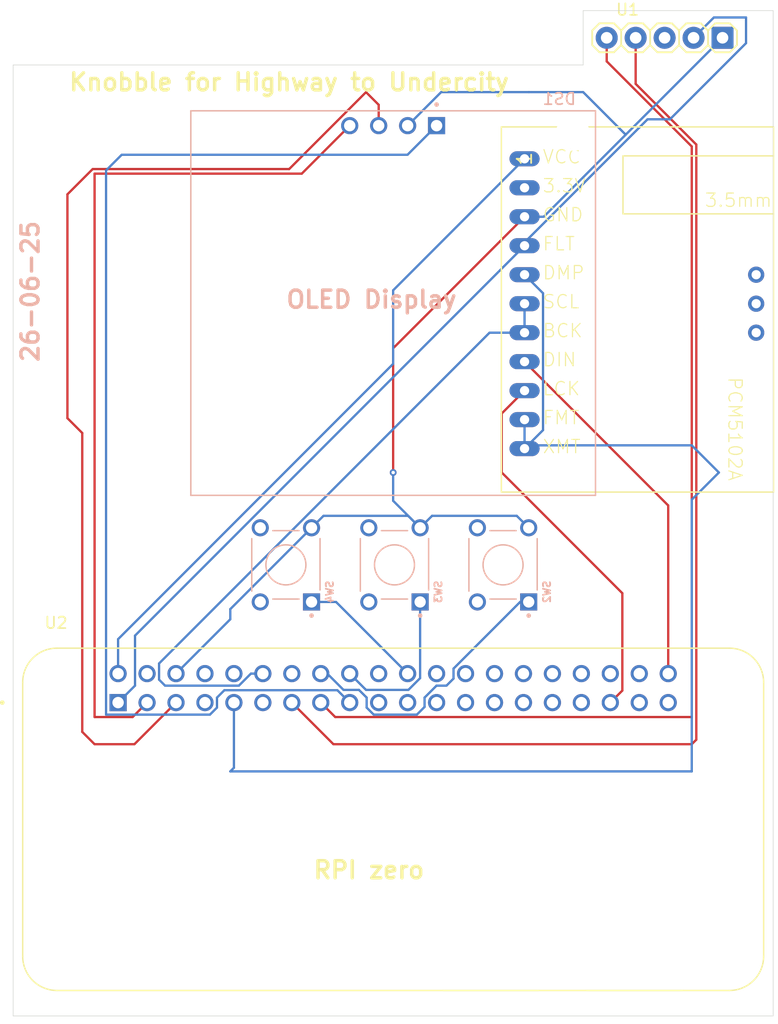
<source format=kicad_pcb>
(kicad_pcb (version 20241229) (generator "pcbnew") (generator_version "9.0")
  (layers (0 "F.Cu" signal) (2 "B.Cu" signal) (13 "F.Paste" user) (15 "B.Paste" user) (5 "F.SilkS" user "F.Silkscreen") (7 "B.SilkS" user "B.Silkscreen") (1 "F.Mask" user) (3 "B.Mask" user) (25 "Edge.Cuts" user))
  (net 0 "")
  (net 1 "GND1")
  (net 4 "+3.3V")
  (net 5 "+5V")
  (net 6 "Net-(1-BCK)")
  (net 8 "LCK")
  (net 9 "GND")
  (net 11 "Net-(1-DIN)")
  (net 12 "Net-(DS1-SDA)")
  (net 13 "Net-(DS1-SCK)")
  (net 14 "+3.3VA")
  (net 15 "Net-(U2-GPIO23{slash}GPIO_GEN4)")
  (net 16 "Net-(U2-GPIO24{slash}GPIO_GEN5)")
  (net 17 "Net-(U2-GPIO25{slash}GPIO_GEN6)")
  (net 18 "Net-(U2-GPIO27{slash}GPIO_GEN2)")
  (net 19 "Net-(U2-GPIO22{slash}GPIO_GEN3)")
  (footprint "2w:MODULE_RASPBERRY_PI_ZERO_2_W3d" (layer "F.Cu") (at 166.6875 137.55)
    (property "Reference" "U2" (at -29.569 -17.2162 0) (layer "F.SilkS") (effects (font (size 1.00189 1.00189))))
    (property "Value" "RASPBERRY_PI_ZERO_2_W")
    (fp_line (start -32.5 -12) (end -32.5 12) (stroke (width 0.127)) (layer "F.SilkS"))
    (fp_line (start -29.5 15) (end 29.5 15) (stroke (width 0.127)) (layer "F.SilkS"))
    (fp_line (start 4.4 15) (end 12.75 15) (stroke (width 0.127)) (layer "F.SilkS"))
    (fp_line (start 17 15) (end 25.35 15) (stroke (width 0.127)) (layer "F.SilkS"))
    (fp_line (start 29.5 -15) (end -29.5 -15) (stroke (width 0.127)) (layer "F.SilkS"))
    (fp_line (start 32.5 12) (end 32.5 -12) (stroke (width 0.127)) (layer "F.SilkS"))
    (fp_arc (start -32.5 -12) (mid -31.62132 -14.12132) (end -29.5 -15) (stroke (width 0.127)) (layer "F.SilkS"))
    (fp_arc (start -29.5 15) (mid -31.62132 14.12132) (end -32.5 12) (stroke (width 0.127)) (layer "F.SilkS"))
    (fp_arc (start 29.5 -15) (mid 31.62132 -14.12132) (end 32.5 -12) (stroke (width 0.127)) (layer "F.SilkS"))
    (fp_arc (start 32.5 12) (mid 31.62132 14.12132) (end 29.5 15) (stroke (width 0.127)) (layer "F.SilkS"))
    (fp_circle (center -34.29 -10.23) (end -34.19 -10.23) (stroke (width 0.2)) (fill no) (layer "F.SilkS"))
    (pad "" np_thru_hole circle (at -29 -11.5) (size 2.75 2.75) (drill 2.75) (layers "*.Cu" "*.Mask"))
    (pad "" np_thru_hole circle (at -29 11.5) (size 2.75 2.75) (drill 2.75) (layers "*.Cu" "*.Mask"))
    (pad "" np_thru_hole circle (at 29 -11.5) (size 2.75 2.75) (drill 2.75) (layers "*.Cu" "*.Mask"))
    (pad "" np_thru_hole circle (at 29 11.5) (size 2.75 2.75) (drill 2.75) (layers "*.Cu" "*.Mask"))
    (pad "1" thru_hole rect (at -24.13 -10.23) (size 1.508 1.508) (drill 1) (layers "*.Cu" "*.Mask") (net 4 "+3.3V"))
    (pad "2" thru_hole circle (at -24.13 -12.77) (size 1.508 1.508) (drill 1) (layers "*.Cu" "*.Mask") (net 5 "+5V"))
    (pad "3" thru_hole circle (at -21.59 -10.23) (size 1.508 1.508) (drill 1) (layers "*.Cu" "*.Mask") (net 12 "Net-(DS1-SDA)"))
    (pad "4" thru_hole circle (at -21.59 -12.77) (size 1.508 1.508) (drill 1) (layers "*.Cu" "*.Mask"))
    (pad "5" thru_hole circle (at -19.05 -10.23) (size 1.508 1.508) (drill 1) (layers "*.Cu" "*.Mask") (net 13 "Net-(DS1-SCK)"))
    (pad "6" thru_hole circle (at -19.05 -12.77) (size 1.508 1.508) (drill 1) (layers "*.Cu" "*.Mask") (net 9 "GND"))
    (pad "7" thru_hole circle (at -16.51 -10.23) (size 1.508 1.508) (drill 1) (layers "*.Cu" "*.Mask"))
    (pad "8" thru_hole circle (at -16.51 -12.77) (size 1.508 1.508) (drill 1) (layers "*.Cu" "*.Mask"))
    (pad "9" thru_hole circle (at -13.97 -10.23) (size 1.508 1.508) (drill 1) (layers "*.Cu" "*.Mask") (net 1 "GND1"))
    (pad "10" thru_hole circle (at -13.97 -12.77) (size 1.508 1.508) (drill 1) (layers "*.Cu" "*.Mask"))
    (pad "11" thru_hole circle (at -11.43 -10.23) (size 1.508 1.508) (drill 1) (layers "*.Cu" "*.Mask"))
    (pad "12" thru_hole circle (at -11.43 -12.77) (size 1.508 1.508) (drill 1) (layers "*.Cu" "*.Mask") (net 6 "Net-(1-BCK)"))
    (pad "13" thru_hole circle (at -8.89 -10.23) (size 1.508 1.508) (drill 1) (layers "*.Cu" "*.Mask") (net 18 "Net-(U2-GPIO27{slash}GPIO_GEN2)"))
    (pad "14" thru_hole circle (at -8.89 -12.77) (size 1.508 1.508) (drill 1) (layers "*.Cu" "*.Mask"))
    (pad "15" thru_hole circle (at -6.35 -10.23) (size 1.508 1.508) (drill 1) (layers "*.Cu" "*.Mask") (net 19 "Net-(U2-GPIO22{slash}GPIO_GEN3)"))
    (pad "16" thru_hole circle (at -6.35 -12.77) (size 1.508 1.508) (drill 1) (layers "*.Cu" "*.Mask") (net 15 "Net-(U2-GPIO23{slash}GPIO_GEN4)"))
    (pad "17" thru_hole circle (at -3.81 -10.23) (size 1.508 1.508) (drill 1) (layers "*.Cu" "*.Mask") (net 14 "+3.3VA"))
    (pad "18" thru_hole circle (at -3.81 -12.77) (size 1.508 1.508) (drill 1) (layers "*.Cu" "*.Mask") (net 16 "Net-(U2-GPIO24{slash}GPIO_GEN5)"))
    (pad "19" thru_hole circle (at -1.27 -10.23) (size 1.508 1.508) (drill 1) (layers "*.Cu" "*.Mask"))
    (pad "20" thru_hole circle (at -1.27 -12.77) (size 1.508 1.508) (drill 1) (layers "*.Cu" "*.Mask"))
    (pad "21" thru_hole circle (at 1.27 -10.23) (size 1.508 1.508) (drill 1) (layers "*.Cu" "*.Mask"))
    (pad "22" thru_hole circle (at 1.27 -12.77) (size 1.508 1.508) (drill 1) (layers "*.Cu" "*.Mask") (net 17 "Net-(U2-GPIO25{slash}GPIO_GEN6)"))
    (pad "23" thru_hole circle (at 3.81 -10.23) (size 1.508 1.508) (drill 1) (layers "*.Cu" "*.Mask"))
    (pad "24" thru_hole circle (at 3.81 -12.77) (size 1.508 1.508) (drill 1) (layers "*.Cu" "*.Mask"))
    (pad "25" thru_hole circle (at 6.35 -10.23) (size 1.508 1.508) (drill 1) (layers "*.Cu" "*.Mask"))
    (pad "26" thru_hole circle (at 6.35 -12.77) (size 1.508 1.508) (drill 1) (layers "*.Cu" "*.Mask"))
    (pad "27" thru_hole circle (at 8.89 -10.23) (size 1.508 1.508) (drill 1) (layers "*.Cu" "*.Mask"))
    (pad "28" thru_hole circle (at 8.89 -12.77) (size 1.508 1.508) (drill 1) (layers "*.Cu" "*.Mask"))
    (pad "29" thru_hole circle (at 11.43 -10.23) (size 1.508 1.508) (drill 1) (layers "*.Cu" "*.Mask"))
    (pad "30" thru_hole circle (at 11.43 -12.77) (size 1.508 1.508) (drill 1) (layers "*.Cu" "*.Mask"))
    (pad "31" thru_hole circle (at 13.97 -10.23) (size 1.508 1.508) (drill 1) (layers "*.Cu" "*.Mask"))
    (pad "32" thru_hole circle (at 13.97 -12.77) (size 1.508 1.508) (drill 1) (layers "*.Cu" "*.Mask"))
    (pad "33" thru_hole circle (at 16.51 -10.23) (size 1.508 1.508) (drill 1) (layers "*.Cu" "*.Mask"))
    (pad "34" thru_hole circle (at 16.51 -12.77) (size 1.508 1.508) (drill 1) (layers "*.Cu" "*.Mask"))
    (pad "35" thru_hole circle (at 19.05 -10.23) (size 1.508 1.508) (drill 1) (layers "*.Cu" "*.Mask") (net 8 "LCK"))
    (pad "36" thru_hole circle (at 19.05 -12.77) (size 1.508 1.508) (drill 1) (layers "*.Cu" "*.Mask"))
    (pad "37" thru_hole circle (at 21.59 -10.23) (size 1.508 1.508) (drill 1) (layers "*.Cu" "*.Mask"))
    (pad "38" thru_hole circle (at 21.59 -12.77) (size 1.508 1.508) (drill 1) (layers "*.Cu" "*.Mask"))
    (pad "39" thru_hole circle (at 24.13 -10.23) (size 1.508 1.508) (drill 1) (layers "*.Cu" "*.Mask"))
    (pad "40" thru_hole circle (at 24.13 -12.77) (size 1.508 1.508) (drill 1) (layers "*.Cu" "*.Mask") (net 11 "Net-(1-DIN)"))
  )
  (footprint "Ky0:KY-040-PORT3D" (layer "F.Cu") (at 191.77 69.05625)
    (property "Reference" "U1" (at -4.5212 -2.4638 0) (layer "F.SilkS"))
    (property "Value" "KY-040")
    (fp_line (start -7.62 -0.635) (end -7.62 0.635) (stroke (width 0.1524)) (layer "F.SilkS"))
    (fp_line (start -7.62 0.635) (end -6.985 1.27) (stroke (width 0.1524)) (layer "F.SilkS"))
    (fp_line (start -6.985 -1.27) (end -7.62 -0.635) (stroke (width 0.1524)) (layer "F.SilkS"))
    (fp_line (start -6.985 -1.27) (end -5.715 -1.27) (stroke (width 0.1524)) (layer "F.SilkS"))
    (fp_line (start -5.715 -1.27) (end -5.08 -0.635) (stroke (width 0.1524)) (layer "F.SilkS"))
    (fp_line (start -5.715 1.27) (end -6.985 1.27) (stroke (width 0.1524)) (layer "F.SilkS"))
    (fp_line (start -5.08 -0.635) (end -5.08 0.635) (stroke (width 0.1524)) (layer "F.SilkS"))
    (fp_line (start -5.08 -0.635) (end -4.445 -1.27) (stroke (width 0.1524)) (layer "F.SilkS"))
    (fp_line (start -5.08 0.635) (end -5.715 1.27) (stroke (width 0.1524)) (layer "F.SilkS"))
    (fp_line (start -4.445 -1.27) (end -3.175 -1.27) (stroke (width 0.1524)) (layer "F.SilkS"))
    (fp_line (start -4.445 1.27) (end -5.08 0.635) (stroke (width 0.1524)) (layer "F.SilkS"))
    (fp_line (start -3.175 -1.27) (end -2.54 -0.635) (stroke (width 0.1524)) (layer "F.SilkS"))
    (fp_line (start -3.175 1.27) (end -4.445 1.27) (stroke (width 0.1524)) (layer "F.SilkS"))
    (fp_line (start -2.54 -0.635) (end -2.54 0.635) (stroke (width 0.1524)) (layer "F.SilkS"))
    (fp_line (start -2.54 -0.635) (end -1.905 -1.27) (stroke (width 0.1524)) (layer "F.SilkS"))
    (fp_line (start -2.54 0.635) (end -3.175 1.27) (stroke (width 0.1524)) (layer "F.SilkS"))
    (fp_line (start -1.905 -1.27) (end -0.635 -1.27) (stroke (width 0.1524)) (layer "F.SilkS"))
    (fp_line (start -1.905 1.27) (end -2.54 0.635) (stroke (width 0.1524)) (layer "F.SilkS"))
    (fp_line (start -0.635 -1.27) (end 0 -0.635) (stroke (width 0.1524)) (layer "F.SilkS"))
    (fp_line (start -0.635 1.27) (end -1.905 1.27) (stroke (width 0.1524)) (layer "F.SilkS"))
    (fp_line (start 0 -0.635) (end 0 0.635) (stroke (width 0.1524)) (layer "F.SilkS"))
    (fp_line (start 0 0.635) (end -0.635 1.27) (stroke (width 0.1524)) (layer "F.SilkS"))
    (fp_line (start 0 0.635) (end 0.635 1.27) (stroke (width 0.1524)) (layer "F.SilkS"))
    (fp_line (start 0.635 -1.27) (end 0 -0.635) (stroke (width 0.1524)) (layer "F.SilkS"))
    (fp_line (start 0.635 -1.27) (end 1.905 -1.27) (stroke (width 0.1524)) (layer "F.SilkS"))
    (fp_line (start 1.905 -1.27) (end 2.54 -0.635) (stroke (width 0.1524)) (layer "F.SilkS"))
    (fp_line (start 1.905 1.27) (end 0.635 1.27) (stroke (width 0.1524)) (layer "F.SilkS"))
    (fp_line (start 2.54 -0.635) (end 2.54 0.635) (stroke (width 0.1524)) (layer "F.SilkS"))
    (fp_line (start 2.54 -0.635) (end 3.175 -1.27) (stroke (width 0.1524)) (layer "F.SilkS"))
    (fp_line (start 2.54 0.635) (end 1.905 1.27) (stroke (width 0.1524)) (layer "F.SilkS"))
    (fp_line (start 3.175 -1.27) (end 4.445 -1.27) (stroke (width 0.1524)) (layer "F.SilkS"))
    (fp_line (start 3.175 1.27) (end 2.54 0.635) (stroke (width 0.1524)) (layer "F.SilkS"))
    (fp_line (start 4.445 -1.27) (end 5.08 -0.635) (stroke (width 0.1524)) (layer "F.SilkS"))
    (fp_line (start 4.445 1.27) (end 3.175 1.27) (stroke (width 0.1524)) (layer "F.SilkS"))
    (fp_line (start 5.08 -0.635) (end 5.08 0.635) (stroke (width 0.1524)) (layer "F.SilkS"))
    (fp_line (start 5.08 0.635) (end 4.445 1.27) (stroke (width 0.1524)) (layer "F.SilkS"))
    (pad "CLK" thru_hole circle (at -6.35 0) (size 1.9304 1.9304) (drill 1.016) (layers "*.Cu" "*.Mask") (net 19 "Net-(U2-GPIO22{slash}GPIO_GEN3)"))
    (pad "DT" thru_hole circle (at -3.81 0) (size 1.9304 1.9304) (drill 1.016) (layers "*.Cu" "*.Mask") (net 18 "Net-(U2-GPIO27{slash}GPIO_GEN2)"))
    (pad "GND" thru_hole rect (at 3.81 0) (size 1.9304 1.9304) (drill 1.016) (layers "*.Cu" "*.Mask") (net 9 "GND"))
    (pad "SW" thru_hole circle (at -1.27 0) (size 1.9304 1.9304) (drill 1.016) (layers "*.Cu" "*.Mask"))
    (pad "VCC" thru_hole circle (at 1.27 0) (size 1.9304 1.9304) (drill 1.016) (layers "*.Cu" "*.Mask") (net 4 "+3.3V"))
  )
  (footprint "dac:PCM5102A-AMZN-BOARD" (layer "F.Cu") (at 178.21275 79.66075 -90)
    (property "Reference" "1" (at 0 0 90) (layer "F.SilkS") (effects (font (size 1.27 1.27))))
    (property "Value" "~")
    (fp_line (start -2.794 2.032) (end 29.21 2.032) (stroke (width 0.127)) (layer "F.SilkS"))
    (fp_line (start 29.21 2.032) (end 29.21 -21.844) (stroke (width 0.127)) (layer "F.SilkS"))
    (fp_line (start -0.254 -8.636) (end 4.826 -8.636) (stroke (width 0.127)) (layer "F.SilkS"))
    (fp_line (start 4.826 -8.636) (end 4.826 -21.844) (stroke (width 0.127)) (layer "F.SilkS"))
    (fp_line (start -2.794 -21.844) (end -2.794 2.032) (stroke (width 0.127)) (layer "F.SilkS"))
    (fp_line (start -0.254 -21.844) (end -0.254 -8.636) (stroke (width 0.127)) (layer "F.SilkS"))
    (fp_line (start -0.254 -21.844) (end -2.794 -21.844) (stroke (width 0.127)) (layer "F.SilkS"))
    (fp_line (start 4.826 -21.844) (end -0.254 -21.844) (stroke (width 0.127)) (layer "F.SilkS"))
    (fp_line (start 29.21 -21.844) (end 4.826 -21.844) (stroke (width 0.127)) (layer "F.SilkS"))
    (fp_text user "SCL" (at 13.208 -1.524 0) (layer "F.SilkS") (effects (font (size 1.1684 1.1684) (thickness 0.1016)) (justify left bottom)))
    (fp_text user "DIN" (at 18.288 -1.524 0) (layer "F.SilkS") (effects (font (size 1.1684 1.1684) (thickness 0.1016)) (justify left bottom)))
    (fp_text user "DMP" (at 10.668 -1.524 0) (layer "F.SilkS") (effects (font (size 1.1684 1.1684) (thickness 0.1016)) (justify left bottom)))
    (fp_text user "FMT" (at 23.368 -1.524 0) (layer "F.SilkS") (effects (font (size 1.1684 1.1684) (thickness 0.1016)) (justify left bottom)))
    (fp_text user "GND" (at 5.588 -1.524 0) (layer "F.SilkS") (effects (font (size 1.1684 1.1684) (thickness 0.1016)) (justify left bottom)))
    (fp_text user "XMT" (at 25.908 -1.524 0) (layer "F.SilkS") (effects (font (size 1.1684 1.1684) (thickness 0.1016)) (justify left bottom)))
    (fp_text user "LCK" (at 20.828 -1.524 0) (layer "F.SilkS") (effects (font (size 1.1684 1.1684) (thickness 0.1016)) (justify left bottom)))
    (fp_text user "3.3V" (at 3.048 -1.524 0) (layer "F.SilkS") (effects (font (size 1.1684 1.1684) (thickness 0.1016)) (justify left bottom)))
    (fp_text user "BCK" (at 15.748 -1.524 0) (layer "F.SilkS") (effects (font (size 1.1684 1.1684) (thickness 0.1016)) (justify left bottom)))
    (fp_text user "PCM5102A" (at 19.05 -17.78 270) (layer "F.SilkS") (effects (font (size 1.1684 1.1684) (thickness 0.1016)) (justify left bottom)))
    (fp_text user "3.5mm" (at 4.318 -15.748 0) (layer "F.SilkS") (effects (font (size 1.1684 1.1684) (thickness 0.1016)) (justify left bottom)))
    (fp_text user "VCC" (at 0.508 -1.524 0) (layer "F.SilkS") (effects (font (size 1.1684 1.1684) (thickness 0.1016)) (justify left bottom)))
    (fp_text user "FLT" (at 8.128 -1.524 0) (layer "F.SilkS") (effects (font (size 1.1684 1.1684) (thickness 0.1016)) (justify left bottom)))
    (pad "1" thru_hole oval (at 0 0) (size 2.6416 1.3208) (drill 0.8128) (layers "*.Cu" "*.Mask") (net 5 "+5V"))
    (pad "2" thru_hole oval (at 2.54 0) (size 2.6416 1.3208) (drill 0.8128) (layers "*.Cu" "*.Mask"))
    (pad "3" thru_hole oval (at 5.08 0) (size 2.6416 1.3208) (drill 0.8128) (layers "*.Cu" "*.Mask") (net 9 "GND"))
    (pad "4" thru_hole oval (at 7.62 0) (size 2.6416 1.3208) (drill 0.8128) (layers "*.Cu" "*.Mask") (net 4 "+3.3V"))
    (pad "5" thru_hole oval (at 10.16 0) (size 2.6416 1.3208) (drill 0.8128) (layers "*.Cu" "*.Mask") (net 1 "GND1"))
    (pad "6" thru_hole oval (at 12.7 0) (size 2.6416 1.3208) (drill 0.8128) (layers "*.Cu" "*.Mask") (net 6 "Net-(1-BCK)"))
    (pad "7" thru_hole oval (at 15.24 0) (size 2.6416 1.3208) (drill 0.8128) (layers "*.Cu" "*.Mask") (net 6 "Net-(1-BCK)"))
    (pad "8" thru_hole oval (at 17.78 0) (size 2.6416 1.3208) (drill 0.8128) (layers "*.Cu" "*.Mask") (net 11 "Net-(1-DIN)"))
    (pad "9" thru_hole oval (at 20.32 0) (size 2.6416 1.3208) (drill 0.8128) (layers "*.Cu" "*.Mask") (net 8 "LCK"))
    (pad "10" thru_hole oval (at 22.86 0) (size 2.6416 1.3208) (drill 0.8128) (layers "*.Cu" "*.Mask") (net 1 "GND1"))
    (pad "11" thru_hole oval (at 25.4 0) (size 2.6416 1.3208) (drill 0.8128) (layers "*.Cu" "*.Mask") (net 1 "GND1"))
    (pad "G" thru_hole circle (at 12.7 -20.32 270) (size 1.4224 1.4224) (drill 0.8128) (layers "*.Cu" "*.Mask"))
    (pad "L" thru_hole circle (at 15.24 -20.32 270) (size 1.4224 1.4224) (drill 0.8128) (layers "*.Cu" "*.Mask"))
    (pad "R" thru_hole circle (at 10.16 -20.32 270) (size 1.4224 1.4224) (drill 0.8128) (layers "*.Cu" "*.Mask"))
  )
  (footprint "Switch:SW_1825910-6-43D" (layer "B.Cu") (at 176.327988 115.25 90)
    (property "Reference" "SW2" (at -2.3627 3.844398 90) (layer "B.SilkS") (effects (font (size 0.630643 0.630643)) (justify mirror)))
    (property "Value" "1825910-6")
    (fp_line (start 2.3 -2.995) (end -2.3 -2.995) (stroke (width 0.127)) (layer "B.SilkS"))
    (fp_line (start 3 1.15) (end 3 -1.15) (stroke (width 0.127)) (layer "B.SilkS"))
    (fp_line (start -2.995 1.15) (end -2.995 -1.15) (stroke (width 0.127)) (layer "B.SilkS"))
    (fp_line (start -2.2 2.995) (end 2.3 2.995) (stroke (width 0.127)) (layer "B.SilkS"))
    (fp_circle (center 0 0) (end 1.755 0) (stroke (width 0.127)) (fill no) (layer "B.SilkS"))
    (fp_circle (center -4.445 2.25) (end -4.345 2.25) (stroke (width 0.2)) (fill no) (layer "B.SilkS"))
    (pad "1" thru_hole rect (at -3.25 2.25 90) (size 1.498 1.498) (drill 0.99) (layers "*.Cu" "*.Mask") (net 15 "Net-(U2-GPIO23{slash}GPIO_GEN4)"))
    (pad "2" thru_hole circle (at 3.25 2.25 90) (size 1.498 1.498) (drill 0.99) (layers "*.Cu" "*.Mask") (net 9 "GND"))
    (pad "3" thru_hole circle (at -3.25 -2.25 90) (size 1.498 1.498) (drill 0.99) (layers "*.Cu" "*.Mask"))
    (pad "4" thru_hole circle (at 3.25 -2.25 90) (size 1.498 1.498) (drill 0.99) (layers "*.Cu" "*.Mask"))
  )
  (footprint "Switch:SW_1825910-6-43D" (layer "B.Cu") (at 166.802988 115.25 90)
    (property "Reference" "SW3" (at -2.3627 3.844398 90) (layer "B.SilkS") (effects (font (size 0.630643 0.630643)) (justify mirror)))
    (property "Value" "1825910-6")
    (fp_line (start 2.3 -2.995) (end -2.3 -2.995) (stroke (width 0.127)) (layer "B.SilkS"))
    (fp_line (start 3 1.15) (end 3 -1.15) (stroke (width 0.127)) (layer "B.SilkS"))
    (fp_line (start -2.995 1.15) (end -2.995 -1.15) (stroke (width 0.127)) (layer "B.SilkS"))
    (fp_line (start -2.2 2.995) (end 2.3 2.995) (stroke (width 0.127)) (layer "B.SilkS"))
    (fp_circle (center 0 0) (end 1.755 0) (stroke (width 0.127)) (fill no) (layer "B.SilkS"))
    (fp_circle (center -4.445 2.25) (end -4.345 2.25) (stroke (width 0.2)) (fill no) (layer "B.SilkS"))
    (pad "1" thru_hole rect (at -3.25 2.25 90) (size 1.498 1.498) (drill 0.99) (layers "*.Cu" "*.Mask") (net 16 "Net-(U2-GPIO24{slash}GPIO_GEN5)"))
    (pad "2" thru_hole circle (at 3.25 2.25 90) (size 1.498 1.498) (drill 0.99) (layers "*.Cu" "*.Mask") (net 9 "GND"))
    (pad "3" thru_hole circle (at -3.25 -2.25 90) (size 1.498 1.498) (drill 0.99) (layers "*.Cu" "*.Mask"))
    (pad "4" thru_hole circle (at 3.25 -2.25 90) (size 1.498 1.498) (drill 0.99) (layers "*.Cu" "*.Mask"))
  )
  (footprint "Oled:LCD_OLED_128X64_1.3_I2C3D" (layer "B.Cu") (at 166.6875 92.30625 180)
    (property "Reference" "DS1" (at -14.575 17.885 0) (layer "B.SilkS") (effects (justify mirror)))
    (property "Value" "OLED_128X64_1.3_I2C")
    (fp_line (start 17.75 16.85) (end 17.75 -16.85) (stroke (width 0.127)) (layer "B.SilkS"))
    (fp_line (start 17.75 -16.85) (end -17.75 -16.85) (stroke (width 0.127)) (layer "B.SilkS"))
    (fp_line (start -17.75 16.85) (end 17.75 16.85) (stroke (width 0.127)) (layer "B.SilkS"))
    (fp_line (start -17.75 -16.85) (end -17.75 16.85) (stroke (width 0.127)) (layer "B.SilkS"))
    (fp_circle (center -3.81 17.4) (end -3.71 17.4) (stroke (width 0.2)) (fill no) (layer "B.SilkS"))
    (pad "" np_thru_hole circle (at -15.75 -14.85 180) (size 3 3) (drill 3) (layers "*.Cu" "*.Mask"))
    (pad "" np_thru_hole circle (at -15.75 14.85 180) (size 3 3) (drill 3) (layers "*.Cu" "*.Mask"))
    (pad "" np_thru_hole circle (at 15.75 -14.85 180) (size 3 3) (drill 3) (layers "*.Cu" "*.Mask"))
    (pad "" np_thru_hole circle (at 15.75 14.85 180) (size 3 3) (drill 3) (layers "*.Cu" "*.Mask"))
    (pad "1" thru_hole rect (at -3.81 15.55 180) (size 1.508 1.508) (drill 1) (layers "*.Cu" "*.Mask") (net 14 "+3.3VA"))
    (pad "2" thru_hole circle (at -1.27 15.55 180) (size 1.508 1.508) (drill 1) (layers "*.Cu" "*.Mask") (net 9 "GND"))
    (pad "3" thru_hole circle (at 1.27 15.55 180) (size 1.508 1.508) (drill 1) (layers "*.Cu" "*.Mask") (net 13 "Net-(DS1-SCK)"))
    (pad "4" thru_hole circle (at 3.81 15.55 180) (size 1.508 1.508) (drill 1) (layers "*.Cu" "*.Mask") (net 12 "Net-(DS1-SDA)"))
  )
  (footprint "Switch:SW_1825910-6-43D" (layer "B.Cu") (at 157.277988 115.25 90)
    (property "Reference" "SW4" (at -2.3627 3.844398 90) (layer "B.SilkS") (effects (font (size 0.630643 0.630643)) (justify mirror)))
    (property "Value" "1825910-6")
    (fp_line (start 2.3 -2.995) (end -2.3 -2.995) (stroke (width 0.127)) (layer "B.SilkS"))
    (fp_line (start 3 1.15) (end 3 -1.15) (stroke (width 0.127)) (layer "B.SilkS"))
    (fp_line (start -2.995 1.15) (end -2.995 -1.15) (stroke (width 0.127)) (layer "B.SilkS"))
    (fp_line (start -2.2 2.995) (end 2.3 2.995) (stroke (width 0.127)) (layer "B.SilkS"))
    (fp_circle (center 0 0) (end 1.755 0) (stroke (width 0.127)) (fill no) (layer "B.SilkS"))
    (fp_circle (center -4.445 2.25) (end -4.345 2.25) (stroke (width 0.2)) (fill no) (layer "B.SilkS"))
    (pad "1" thru_hole rect (at -3.25 2.25 90) (size 1.498 1.498) (drill 0.99) (layers "*.Cu" "*.Mask") (net 17 "Net-(U2-GPIO25{slash}GPIO_GEN6)"))
    (pad "2" thru_hole circle (at 3.25 2.25 90) (size 1.498 1.498) (drill 0.99) (layers "*.Cu" "*.Mask") (net 9 "GND"))
    (pad "3" thru_hole circle (at -3.25 -2.25 90) (size 1.498 1.498) (drill 0.99) (layers "*.Cu" "*.Mask"))
    (pad "4" thru_hole circle (at 3.25 -2.25 90) (size 1.498 1.498) (drill 0.99) (layers "*.Cu" "*.Mask"))
  )
  (gr_line (start 133.35 71.4375) (end 183.35625 71.4375) (stroke (width 0.05)) (layer "Edge.Cuts"))
  (gr_line (start 183.35625 66.675) (end 200.025 66.675) (stroke (width 0.05)) (layer "Edge.Cuts"))
  (gr_line (start 200.025 66.675) (end 200.025 154.78125) (stroke (width 0.05)) (layer "Edge.Cuts"))
  (gr_line (start 183.35625 71.4375) (end 183.35625 66.675) (stroke (width 0.05)) (layer "Edge.Cuts"))
  (gr_line (start 200.025 154.78125) (end 133.35 154.78125) (stroke (width 0.05)) (layer "Edge.Cuts"))
  (gr_line (start 133.35 154.78125) (end 133.35 71.4375) (stroke (width 0.05)) (layer "Edge.Cuts"))
  (gr_text "Knobble for Highway to Undercity\n" (at 138.1125 73.81875 0) (layer "F.SilkS") (effects (font (size 1.5 1.5) (thickness 0.3) (bold yes)) (justify left bottom)))
  (gr_text "RPI zero\n" (at 159.54375 142.875 0) (layer "F.SilkS") (effects (font (size 1.5 1.5) (thickness 0.3) (bold yes)) (justify left bottom)))
  (gr_text "OLED Display\n" (at 157.1625 92.86875 0) (layer "B.SilkS") (effects (font (size 1.5 1.5) (thickness 0.3) (bold yes)) (justify left bottom)))
  (gr_text "26-06-25\n" (at 135.73125 97.63125 90) (layer "B.SilkS") (effects (font (size 1.5 1.5) (thickness 0.3) (bold yes)) (justify left bottom)))
  (segment (start 195.2625 107.15625) (end 192.88125 109.5375) (width 0.2) (layer "B.Cu") (net 1))
  (segment (start 192.88125 104.775) (end 195.2625 107.15625) (width 0.2) (layer "B.Cu") (net 1))
  (segment (start 178.21275 102.52075) (end 178.21275 105.06075) (width 0.2) (layer "B.Cu") (net 1))
  (segment (start 192.88125 109.5375) (end 192.88125 133.35) (width 0.2) (layer "B.Cu") (net 1))
  (segment (start 179.83455 91.44255) (end 179.83455 103.43895) (width 0.2) (layer "B.Cu") (net 1))
  (segment (start 179.83455 103.43895) (end 178.21275 105.06075) (width 0.2) (layer "B.Cu") (net 1))
  (segment (start 152.7175 133.0325) (end 152.7175 127.32) (width 0.2) (layer "B.Cu") (net 1))
  (segment (start 178.21275 89.82075) (end 179.83455 91.44255) (width 0.2) (layer "B.Cu") (net 1))
  (segment (start 152.4 133.35) (end 152.7175 133.0325) (width 0.2) (layer "B.Cu") (net 1))
  (segment (start 178.4985 104.775) (end 192.88125 104.775) (width 0.2) (layer "B.Cu") (net 1))
  (segment (start 192.88125 133.35) (end 152.4 133.35) (width 0.2) (layer "B.Cu") (net 1))
  (segment (start 178.21275 105.06075) (end 178.4985 104.775) (width 0.2) (layer "B.Cu") (net 1))
  (segment (start 193.04 69.05625) (end 194.82025 67.276) (width 0.2) (layer "B.Cu") (net 4))
  (segment (start 144.0425 125.835) (end 142.5575 127.32) (width 0.2) (layer "B.Cu") (net 4))
  (segment (start 197.64375 67.276) (end 197.64375 69.5249) (width 0.2) (layer "B.Cu") (net 4))
  (segment (start 144.0425 121.451) (end 144.0425 125.835) (width 0.2) (layer "B.Cu") (net 4))
  (segment (start 178.21275 87.28075) (end 144.0425 121.451) (width 0.2) (layer "B.Cu") (net 4))
  (segment (start 197.64375 69.5249) (end 190.96865 76.2) (width 0.2) (layer "B.Cu") (net 4))
  (segment (start 189.00335 76.2) (end 178.21275 86.9906) (width 0.2) (layer "B.Cu") (net 4))
  (segment (start 178.21275 86.9906) (end 178.21275 87.28075) (width 0.2) (layer "B.Cu") (net 4))
  (segment (start 194.82025 67.276) (end 197.64375 67.276) (width 0.2) (layer "B.Cu") (net 4))
  (segment (start 190.96865 76.2) (end 189.00335 76.2) (width 0.2) (layer "B.Cu") (net 4))
  (segment (start 166.6875 91.186) (end 166.6875 97.63125) (width 0.2) (layer "B.Cu") (net 5))
  (segment (start 178.21275 79.66075) (end 166.6875 91.186) (width 0.2) (layer "B.Cu") (net 5))
  (segment (start 142.5575 121.76125) (end 142.5575 124.78) (width 0.2) (layer "B.Cu") (net 5))
  (segment (start 166.6875 97.63125) (end 142.5575 121.76125) (width 0.2) (layer "B.Cu") (net 5))
  (segment (start 178.21275 92.36075) (end 178.21275 94.90075) (width 0.2) (layer "B.Cu") (net 6))
  (segment (start 175.142313 94.90075) (end 146.1525 123.890563) (width 0.2) (layer "B.Cu") (net 6))
  (segment (start 153.154496 125.835) (end 154.209496 124.78) (width 0.2) (layer "B.Cu") (net 6))
  (segment (start 146.6775 125.835) (end 153.154496 125.835) (width 0.2) (layer "B.Cu") (net 6))
  (segment (start 146.1525 123.890563) (end 146.1525 125.31) (width 0.2) (layer "B.Cu") (net 6))
  (segment (start 154.209496 124.78) (end 155.2575 124.78) (width 0.2) (layer "B.Cu") (net 6))
  (segment (start 178.21275 94.90075) (end 175.142313 94.90075) (width 0.2) (layer "B.Cu") (net 6))
  (segment (start 146.1525 125.31) (end 146.6775 125.835) (width 0.2) (layer "B.Cu") (net 6))
  (segment (start 185.7375 127.32) (end 186.7925 126.265) (width 0.2) (layer "F.Cu") (net 8))
  (segment (start 186.7925 117.73625) (end 176.2125 107.15625) (width 0.2) (layer "F.Cu") (net 8))
  (segment (start 176.2125 101.981) (end 178.21275 99.98075) (width 0.2) (layer "F.Cu") (net 8))
  (segment (start 176.2125 107.15625) (end 176.2125 101.981) (width 0.2) (layer "F.Cu") (net 8))
  (segment (start 186.7925 126.265) (end 186.7925 117.73625) (width 0.2) (layer "F.Cu") (net 8))
  (segment (start 166.6875 96.266) (end 166.6875 107.15625) (width 0.2) (layer "F.Cu") (net 9))
  (segment (start 178.21275 84.74075) (end 166.6875 96.266) (width 0.2) (layer "F.Cu") (net 9))
  (via (at 166.6875 107.15625) (size 0.6) (drill 0.3) (layers "F.Cu" "B.Cu") (net 9))
  (segment (start 166.6875 107.15625) (end 166.6875 109.634512) (width 0.2) (layer "B.Cu") (net 9))
  (segment (start 159.527988 112) (end 152.4 119.127988) (width 0.2) (layer "B.Cu") (net 9))
  (segment (start 167.9575 76.75625) (end 170.895 73.81875) (width 0.2) (layer "B.Cu") (net 9))
  (segment (start 179.8955 84.74075) (end 178.21275 84.74075) (width 0.2) (layer "B.Cu") (net 9))
  (segment (start 152.4 119.127988) (end 152.4 120.0175) (width 0.2) (layer "B.Cu") (net 9))
  (segment (start 160.577988 110.95) (end 159.527988 112) (width 0.2) (layer "B.Cu") (net 9))
  (segment (start 168.002988 110.95) (end 160.577988 110.95) (width 0.2) (layer "B.Cu") (net 9))
  (segment (start 166.6875 109.634512) (end 169.052988 112) (width 0.2) (layer "B.Cu") (net 9))
  (segment (start 170.895 73.81875) (end 178.59375 73.81875) (width 0.2) (layer "B.Cu") (net 9))
  (segment (start 169.052988 112) (end 168.002988 110.95) (width 0.2) (layer "B.Cu") (net 9))
  (segment (start 170.102988 110.95) (end 177.527988 110.95) (width 0.2) (layer "B.Cu") (net 9))
  (segment (start 183.35625 73.81875) (end 187.086875 77.549375) (width 0.2) (layer "B.Cu") (net 9))
  (segment (start 152.4 120.0175) (end 147.6375 124.78) (width 0.2) (layer "B.Cu") (net 9))
  (segment (start 187.086875 77.549375) (end 179.8955 84.74075) (width 0.2) (layer "B.Cu") (net 9))
  (segment (start 195.58 69.05625) (end 187.086875 77.549375) (width 0.2) (layer "B.Cu") (net 9))
  (segment (start 177.527988 110.95) (end 178.577988 112) (width 0.2) (layer "B.Cu") (net 9))
  (segment (start 169.052988 112) (end 170.102988 110.95) (width 0.2) (layer "B.Cu") (net 9))
  (segment (start 178.59375 73.81875) (end 183.35625 73.81875) (width 0.2) (layer "B.Cu") (net 9))
  (segment (start 190.8175 110.0455) (end 178.21275 97.44075) (width 0.2) (layer "F.Cu") (net 11))
  (segment (start 190.8175 124.78) (end 190.8175 110.0455) (width 0.2) (layer "F.Cu") (net 11))
  (segment (start 143.83 128.5875) (end 145.0975 127.32) (width 0.2) (layer "F.Cu") (net 12))
  (segment (start 140.49375 128.5875) (end 143.83 128.5875) (width 0.2) (layer "F.Cu") (net 12))
  (segment (start 140.49375 80.9625) (end 140.49375 128.5875) (width 0.2) (layer "F.Cu") (net 12))
  (segment (start 162.8775 76.75625) (end 158.67125 80.9625) (width 0.2) (layer "F.Cu") (net 12))
  (segment (start 158.67125 80.9625) (end 140.49375 80.9625) (width 0.2) (layer "F.Cu") (net 12))
  (segment (start 138.1125 82.77665) (end 138.1125 102.39375) (width 0.2) (layer "F.Cu") (net 13))
  (segment (start 157.5635 80.5615) (end 140.32765 80.5615) (width 0.2) (layer "F.Cu") (net 13))
  (segment (start 143.98875 130.96875) (end 147.6375 127.32) (width 0.2) (layer "F.Cu") (net 13))
  (segment (start 165.4175 74.93) (end 164.30625 73.81875) (width 0.2) (layer "F.Cu") (net 13))
  (segment (start 164.30625 73.81875) (end 157.5635 80.5615) (width 0.2) (layer "F.Cu") (net 13))
  (segment (start 165.4175 76.75625) (end 165.4175 74.93) (width 0.2) (layer "F.Cu") (net 13))
  (segment (start 139.4135 103.69475) (end 139.4135 129.8885) (width 0.2) (layer "F.Cu") (net 13))
  (segment (start 140.49375 130.96875) (end 143.98875 130.96875) (width 0.2) (layer "F.Cu") (net 13))
  (segment (start 140.32765 80.5615) (end 138.1125 82.77665) (width 0.2) (layer "F.Cu") (net 13))
  (segment (start 138.1125 102.39375) (end 139.4135 103.69475) (width 0.2) (layer "F.Cu") (net 13))
  (segment (start 139.4135 129.8885) (end 140.49375 130.96875) (width 0.2) (layer "F.Cu") (net 13))
  (segment (start 167.9465 79.30725) (end 170.4975 76.75625) (width 0.2) (layer "B.Cu") (net 14))
  (segment (start 141.5025 80.67975) (end 142.875 79.30725) (width 0.2) (layer "B.Cu") (net 14))
  (segment (start 151.2325 127.756996) (end 150.614496 128.375) (width 0.2) (layer "B.Cu") (net 14))
  (segment (start 141.5025 128.375) (end 141.5025 80.67975) (width 0.2) (layer "B.Cu") (net 14))
  (segment (start 151.2325 126.883004) (end 151.2325 127.756996) (width 0.2) (layer "B.Cu") (net 14))
  (segment (start 162.8775 127.32) (end 161.7935 126.236) (width 0.2) (layer "B.Cu") (net 14))
  (segment (start 142.875 79.30725) (end 167.9465 79.30725) (width 0.2) (layer "B.Cu") (net 14))
  (segment (start 151.879504 126.236) (end 151.2325 126.883004) (width 0.2) (layer "B.Cu") (net 14))
  (segment (start 161.7935 126.236) (end 151.879504 126.236) (width 0.2) (layer "B.Cu") (net 14))
  (segment (start 150.614496 128.375) (end 141.5025 128.375) (width 0.2) (layer "B.Cu") (net 14))
  (segment (start 169.4425 126.883004) (end 170.490504 125.835) (width 0.2) (layer "B.Cu") (net 15))
  (segment (start 160.9046 124.78) (end 162.33085 126.20625) (width 0.2) (layer "B.Cu") (net 15))
  (segment (start 163.685746 126.20625) (end 164.3625 126.883004) (width 0.2) (layer "B.Cu") (net 15))
  (segment (start 164.3625 127.756996) (end 164.980504 128.375) (width 0.2) (layer "B.Cu") (net 15))
  (segment (start 171.9825 124.343004) (end 177.825504 118.5) (width 0.2) (layer "B.Cu") (net 15))
  (segment (start 162.33085 126.20625) (end 163.685746 126.20625) (width 0.2) (layer "B.Cu") (net 15))
  (segment (start 168.768246 128.375) (end 169.4425 127.700746) (width 0.2) (layer "B.Cu") (net 15))
  (segment (start 170.490504 125.835) (end 171.364496 125.835) (width 0.2) (layer "B.Cu") (net 15))
  (segment (start 171.364496 125.835) (end 171.9825 125.216996) (width 0.2) (layer "B.Cu") (net 15))
  (segment (start 164.980504 128.375) (end 168.768246 128.375) (width 0.2) (layer "B.Cu") (net 15))
  (segment (start 160.3375 124.78) (end 160.9046 124.78) (width 0.2) (layer "B.Cu") (net 15))
  (segment (start 164.3625 126.883004) (end 164.3625 127.756996) (width 0.2) (layer "B.Cu") (net 15))
  (segment (start 169.4425 127.700746) (end 169.4425 126.883004) (width 0.2) (layer "B.Cu") (net 15))
  (segment (start 177.825504 118.5) (end 178.577988 118.5) (width 0.2) (layer "B.Cu") (net 15))
  (segment (start 171.9825 125.216996) (end 171.9825 124.343004) (width 0.2) (layer "B.Cu") (net 15))
  (segment (start 164.30375 126.20625) (end 162.8775 124.78) (width 0.2) (layer "B.Cu") (net 16))
  (segment (start 168.023246 126.20625) (end 164.30375 126.20625) (width 0.2) (layer "B.Cu") (net 16))
  (segment (start 169.052988 118.5) (end 169.052988 125.176508) (width 0.2) (layer "B.Cu") (net 16))
  (segment (start 169.052988 125.176508) (end 168.023246 126.20625) (width 0.2) (layer "B.Cu") (net 16))
  (segment (start 159.527988 118.5) (end 161.6775 118.5) (width 0.2) (layer "B.Cu") (net 17))
  (segment (start 161.6775 118.5) (end 167.9575 124.78) (width 0.2) (layer "B.Cu") (net 17))
  (segment (start 193.28225 78.41515) (end 193.28225 130.56775) (width 0.2) (layer "F.Cu") (net 18))
  (segment (start 192.88125 130.96875) (end 161.44625 130.96875) (width 0.2) (layer "F.Cu") (net 18))
  (segment (start 187.96 73.0929) (end 193.28225 78.41515) (width 0.2) (layer "F.Cu") (net 18))
  (segment (start 193.28225 130.56775) (end 192.88125 130.96875) (width 0.2) (layer "F.Cu") (net 18))
  (segment (start 161.44625 130.96875) (end 157.7975 127.32) (width 0.2) (layer "F.Cu") (net 18))
  (segment (start 187.96 69.05625) (end 187.96 73.0929) (width 0.2) (layer "F.Cu") (net 18))
  (segment (start 185.42 69.05625) (end 185.42 71.12) (width 0.2) (layer "F.Cu") (net 19))
  (segment (start 192.88125 78.58125) (end 192.88125 128.5875) (width 0.2) (layer "F.Cu") (net 19))
  (segment (start 185.42 71.12) (end 192.88125 78.58125) (width 0.2) (layer "F.Cu") (net 19))
  (segment (start 161.605 128.5875) (end 160.3375 127.32) (width 0.2) (layer "F.Cu") (net 19))
  (segment (start 192.88125 128.5875) (end 161.605 128.5875) (width 0.2) (layer "F.Cu") (net 19))
)
</source>
